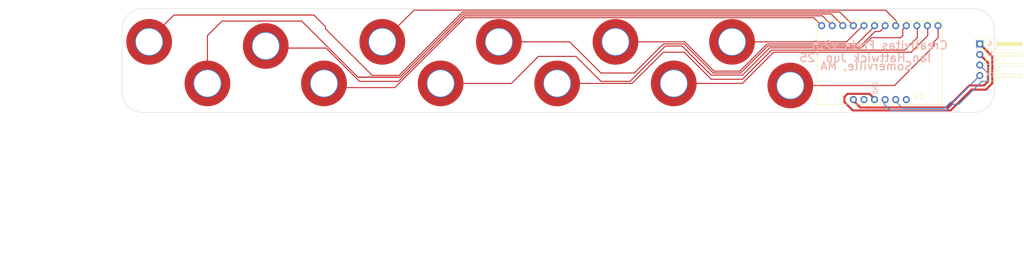
<source format=kicad_pcb>
(kicad_pcb (version 20240108) (generator "pcbnew") (generator_version "8.0")
  (layers (0 "F.Cu" signal) (31 "B.Cu" signal) (34 "B.Paste" user) (35 "F.Paste" user) (36 "B.SilkS" user "B.Silkscreen") (37 "F.SilkS" user "F.Silkscreen") (38 "B.Mask" user) (39 "F.Mask" user) (44 "Edge.Cuts" user))
  (net 0 "")
  (net 1 "+3.3V")
  (net 2 "GND")
  (net 3 "/p10")
  (net 5 "/p0")
  (net 6 "/p2")
  (net 7 "/SCL")
  (net 8 "/SDA")
  (net 9 "/p1")
  (net 10 "/p3")
  (net 11 "/p4")
  (net 12 "/p5")
  (net 13 "/p6")
  (net 14 "/p7")
  (net 15 "/p8")
  (net 16 "/p9")
  (net 17 "/p11")
  (footprint "MountingHole:MountingHole_6.4mm_M6_DIN965_Pad_TopBottom" (layer "F.Cu") (at 207.5 55 90)
    (property "Reference" "H17" (hide yes))
    (property "Value" "MountingHole_Pad")
    (pad "1" thru_hole circle (at 0 0 90) (size 6.8 6.8) (drill 6.4) (layers "*.Cu" "*.Mask") (net 12 "/p5"))
    (pad "1" connect circle (at 0 0 90) (size 11 11) (layers "F.Cu" "F.Mask") (net 12 "/p5"))
  )
  (footprint "MountingHole:MountingHole_6.4mm_M6_DIN965_Pad_TopBottom" (layer "F.Cu") (at 221.5 45 90)
    (property "Reference" "H18" (hide yes))
    (property "Value" "MountingHole_Pad")
    (pad "1" thru_hole circle (at 0 0 90) (size 6.8 6.8) (drill 6.4) (layers "*.Cu" "*.Mask") (net 13 "/p6"))
    (pad "1" connect circle (at 0 0 90) (size 11 11) (layers "F.Cu" "F.Mask") (net 13 "/p6"))
  )
  (footprint "MountingHole:MountingHole_6.4mm_M6_DIN965_Pad_TopBottom" (layer "F.Cu") (at 95.5 55)
    (property "Reference" "H8" (hide yes))
    (property "Value" "MountingHole_Pad" (hide yes))
    (pad "1" thru_hole circle (at 0 0) (size 6.8 6.8) (drill 6.4) (layers "*.Cu" "*.Mask") (net 16 "/p9"))
    (pad "1" connect circle (at 0 0) (size 11 11) (layers "F.Cu" "F.Mask") (net 16 "/p9"))
  )
  (footprint "MountingHole:MountingHole_6.4mm_M6_DIN965_Pad_TopBottom" (layer "F.Cu") (at 123.5 55 90)
    (property "Reference" "H11" (hide yes))
    (property "Value" "MountingHole_Pad")
    (pad "1" thru_hole circle (at 0 0 90) (size 6.8 6.8) (drill 6.4) (layers "*.Cu" "*.Mask") (net 17 "/p11"))
    (pad "1" connect circle (at 0 0 90) (size 11 11) (layers "F.Cu" "F.Mask") (net 17 "/p11"))
  )
  (footprint "MountingHole:MountingHole_6.4mm_M6_DIN965_Pad_TopBottom" (layer "F.Cu") (at 235.5 55.5 90)
    (property "Reference" "H19" (hide yes))
    (property "Value" "MountingHole_Pad")
    (pad "1" thru_hole circle (at 0 0 90) (size 6.8 6.8) (drill 6.4) (layers "*.Cu" "*.Mask") (net 5 "/p0"))
    (pad "1" connect circle (at 0 0 90) (size 11 11) (layers "F.Cu" "F.Mask") (net 5 "/p0"))
  )
  (footprint "MountingHole:MountingHole_3.2mm_M3" (layer "F.Cu") (at 283.7475 40.08 -90)
    (property "Reference" "H9" (hide yes))
    (property "Value" "MountingHole")
    (pad "" np_thru_hole circle (at -0.08 2.7475 270) (size 3.2 3.2) (drill 3.2) (layers "F&B.Cu" "*.Mask"))
  )
  (footprint "MountingHole:MountingHole_6.4mm_M6_DIN965_Pad_TopBottom" (layer "F.Cu") (at 165.5 45 90)
    (property "Reference" "H14" (hide yes))
    (property "Value" "MountingHole_Pad")
    (pad "1" thru_hole circle (at 0 0 90) (size 6.8 6.8) (drill 6.4) (layers "*.Cu" "*.Mask") (net 6 "/p2"))
    (pad "1" connect circle (at 0 0 90) (size 11 11) (layers "F.Cu" "F.Mask") (net 6 "/p2"))
  )
  (footprint "MountingHole:MountingHole_6.4mm_M6_DIN965_Pad_TopBottom" (layer "F.Cu") (at 179.5 55 90)
    (property "Reference" "H15" (hide yes))
    (property "Value" "MountingHole_Pad")
    (pad "1" thru_hole circle (at 0 0 90) (size 6.8 6.8) (drill 6.4) (layers "*.Cu" "*.Mask") (net 10 "/p3"))
    (pad "1" connect circle (at 0 0 90) (size 11 11) (layers "F.Cu" "F.Mask") (net 10 "/p3"))
  )
  (footprint "Connector_PinHeader_2.54mm:PinHeader_1x04_P2.54mm_Horizontal" (layer "F.Cu") (at 281 45.5)
    (property "Reference" "J1" (hide yes))
    (property "Value" "Conn_01x04_Pin")
    (fp_line (start -1.27 -1.27) (end 0 -1.27) (stroke (width 0.12)) (layer "F.SilkS"))
    (fp_line (start -1.27 0) (end -1.27 -1.27) (stroke (width 0.12)) (layer "F.SilkS"))
    (fp_line (start 1.042929 2.16) (end 1.44 2.16) (stroke (width 0.12)) (layer "F.SilkS"))
    (fp_line (start 1.042929 2.92) (end 1.44 2.92) (stroke (width 0.12)) (layer "F.SilkS"))
    (fp_line (start 1.042929 4.7) (end 1.44 4.7) (stroke (width 0.12)) (layer "F.SilkS"))
    (fp_line (start 1.042929 5.46) (end 1.44 5.46) (stroke (width 0.12)) (layer "F.SilkS"))
    (fp_line (start 1.042929 7.24) (end 1.44 7.24) (stroke (width 0.12)) (layer "F.SilkS"))
    (fp_line (start 1.042929 8) (end 1.44 8) (stroke (width 0.12)) (layer "F.SilkS"))
    (fp_line (start 1.11 -0.38) (end 1.44 -0.38) (stroke (width 0.12)) (layer "F.SilkS"))
    (fp_line (start 1.11 0.38) (end 1.44 0.38) (stroke (width 0.12)) (layer "F.SilkS"))
    (fp_line (start 1.44 -1.33) (end 1.44 8.95) (stroke (width 0.12)) (layer "F.SilkS"))
    (fp_line (start 1.44 1.27) (end 4.1 1.27) (stroke (width 0.12)) (layer "F.SilkS"))
    (fp_line (start 1.44 3.81) (end 4.1 3.81) (stroke (width 0.12)) (layer "F.SilkS"))
    (fp_line (start 1.44 6.35) (end 4.1 6.35) (stroke (width 0.12)) (layer "F.SilkS"))
    (fp_line (start 1.44 8.95) (end 4.1 8.95) (stroke (width 0.12)) (layer "F.SilkS"))
    (fp_line (start 4.1 -1.33) (end 1.44 -1.33) (stroke (width 0.12)) (layer "F.SilkS"))
    (fp_line (start 4.1 -0.38) (end 10.1 -0.38) (stroke (width 0.12)) (layer "F.SilkS"))
    (fp_line (start 4.1 -0.32) (end 10.1 -0.32) (stroke (width 0.12)) (layer "F.SilkS"))
    (fp_line (start 4.1 -0.2) (end 10.1 -0.2) (stroke (width 0.12)) (layer "F.SilkS"))
    (fp_line (start 4.1 -0.08) (end 10.1 -0.08) (stroke (width 0.12)) (layer "F.SilkS"))
    (fp_line (start 4.1 0.04) (end 10.1 0.04) (stroke (width 0.12)) (layer "F.SilkS"))
    (fp_line (start 4.1 0.16) (end 10.1 0.16) (stroke (width 0.12)) (layer "F.SilkS"))
    (fp_line (start 4.1 0.28) (end 10.1 0.28) (stroke (width 0.12)) (layer "F.SilkS"))
    (fp_line (start 4.1 2.16) (end 10.1 2.16) (stroke (width 0.12)) (layer "F.SilkS"))
    (fp_line (start 4.1 4.7) (end 10.1 4.7) (stroke (width 0.12)) (layer "F.SilkS"))
    (fp_line (start 4.1 7.24) (end 10.1 7.24) (stroke (width 0.12)) (layer "F.SilkS"))
    (fp_line (start 4.1 8.95) (end 4.1 -1.33) (stroke (width 0.12)) (layer "F.SilkS"))
    (fp_line (start 10.1 -0.38) (end 10.1 0.38) (stroke (width 0.12)) (layer "F.SilkS"))
    (fp_line (start 10.1 0.38) (end 4.1 0.38) (stroke (width 0.12)) (layer "F.SilkS"))
    (fp_line (start 10.1 2.16) (end 10.1 2.92) (stroke (width 0.12)) (layer "F.SilkS"))
    (fp_line (start 10.1 2.92) (end 4.1 2.92) (stroke (width 0.12)) (layer "F.SilkS"))
    (fp_line (start 10.1 4.7) (end 10.1 5.46) (stroke (width 0.12)) (layer "F.SilkS"))
    (fp_line (start 10.1 5.46) (end 4.1 5.46) (stroke (width 0.12)) (layer "F.SilkS"))
    (fp_line (start 10.1 7.24) (end 10.1 8) (stroke (width 0.12)) (layer "F.SilkS"))
    (fp_line (start 10.1 8) (end 4.1 8) (stroke (width 0.12)) (layer "F.SilkS"))
    (pad "1" thru_hole rect (at 0 0) (size 1.7 1.7) (drill 1) (layers "*.Cu" "*.Mask") (net 2 "GND"))
    (pad "2" thru_hole oval (at 0 2.54) (size 1.7 1.7) (drill 1) (layers "*.Cu" "*.Mask") (net 1 "+3.3V"))
    (pad "3" thru_hole oval (at 0 5.08) (size 1.7 1.7) (drill 1) (layers "*.Cu" "*.Mask") (net 7 "/SCL"))
    (pad "4" thru_hole oval (at 0 7.62) (size 1.7 1.7) (drill 1) (layers "*.Cu" "*.Mask") (net 8 "/SDA"))
  )
  (footprint "ih_kicad:MPR121_Breakout" (layer "F.Cu") (at 257 50 180)
    (property "Reference" "U1" (at -9.5 -8 0) (layer "F.SilkS") (effects (font (size 1.27 1.27))))
    (property "Value" "MPR121_Breakout")
    (fp_line (start 15 -10) (end 15 10) (stroke (width 0.12)) (layer "F.SilkS"))
    (fp_line (start -15 10) (end 15 10) (stroke (width 0.12)) (layer "F.SilkS"))
    (fp_line (start -15 -10) (end 15 -10) (stroke (width 0.12)) (layer "F.SilkS"))
    (fp_line (start -15 -10) (end -15 10) (stroke (width 0.12)) (layer "F.SilkS"))
    (pad "1" thru_hole circle (at 6.35 -8.89 180) (size 1.7 1.7) (drill 1) (layers "*.Cu" "*.Mask") (net 1 "+3.3V"))
    (pad "2" thru_hole circle (at 3.81 -8.89 180) (size 1.7 1.7) (drill 1) (layers "*.Cu" "*.Mask"))
    (pad "3" thru_hole circle (at 1.27 -8.89 180) (size 1.7 1.7) (drill 1) (layers "*.Cu" "*.Mask") (net 2 "GND"))
    (pad "4" thru_hole circle (at -1.27 -8.89 180) (size 1.7 1.7) (drill 1) (layers "*.Cu" "*.Mask") (net 7 "/SCL"))
    (pad "5" thru_hole circle (at -3.81 -8.89 180) (size 1.7 1.7) (drill 1) (layers "*.Cu" "*.Mask") (net 8 "/SDA"))
    (pad "6" thru_hole circle (at -6.35 -8.89 180) (size 1.7 1.7) (drill 1) (layers "*.Cu" "*.Mask"))
    (pad "7" thru_hole circle (at -13.97 8.89 180) (size 1.7 1.7) (drill 1) (layers "*.Cu" "*.Mask") (net 5 "/p0"))
    (pad "8" thru_hole circle (at -11.43 8.89 180) (size 1.7 1.7) (drill 1) (layers "*.Cu" "*.Mask") (net 12 "/p5"))
    (pad "9" thru_hole circle (at -8.89 8.89 180) (size 1.7 1.7) (drill 1) (layers "*.Cu" "*.Mask") (net 10 "/p3"))
    (pad "10" thru_hole circle (at -6.35 8.89 180) (size 1.7 1.7) (drill 1) (layers "*.Cu" "*.Mask") (net 9 "/p1"))
    (pad "11" thru_hole circle (at -3.81 8.89 180) (size 1.7 1.7) (drill 1) (layers "*.Cu" "*.Mask") (net 14 "/p7"))
    (pad "12" thru_hole circle (at -1.27 8.89 180) (size 1.7 1.7) (drill 1) (layers "*.Cu" "*.Mask") (net 6 "/p2"))
    (pad "13" thru_hole circle (at 1.27 8.89 180) (size 1.7 1.7) (drill 1) (layers "*.Cu" "*.Mask") (net 11 "/p4"))
    (pad "14" thru_hole circle (at 3.81 8.89 180) (size 1.7 1.7) (drill 1) (layers "*.Cu" "*.Mask") (net 13 "/p6"))
    (pad "15" thru_hole circle (at 6.35 8.89 180) (size 1.7 1.7) (drill 1) (layers "*.Cu" "*.Mask") (net 15 "/p8"))
    (pad "16" thru_hole circle (at 8.89 8.89 180) (size 1.7 1.7) (drill 1) (layers "*.Cu" "*.Mask") (net 16 "/p9"))
    (pad "17" thru_hole circle (at 11.43 8.89 180) (size 1.7 1.7) (drill 1) (layers "*.Cu" "*.Mask") (net 3 "/p10"))
    (pad "18" thru_hole circle (at 13.97 8.89 180) (size 1.7 1.7) (drill 1) (layers "*.Cu" "*.Mask") (net 17 "/p11"))
  )
  (footprint "MountingHole:MountingHole_6.4mm_M6_DIN965_Pad_TopBottom" (layer "F.Cu") (at 137.5 45 90)
    (property "Reference" "H12" (hide yes))
    (property "Value" "MountingHole_Pad")
    (pad "1" thru_hole circle (at 0 0 90) (size 6.8 6.8) (drill 6.4) (layers "*.Cu" "*.Mask") (net 14 "/p7"))
    (pad "1" connect circle (at 0 0 90) (size 11 11) (layers "F.Cu" "F.Mask") (net 14 "/p7"))
  )
  (footprint "MountingHole:MountingHole_6.4mm_M6_DIN965_Pad_TopBottom" (layer "F.Cu") (at 193.5 45 90)
    (property "Reference" "H16" (hide yes))
    (property "Value" "MountingHole_Pad")
    (pad "1" thru_hole circle (at 0 0 90) (size 6.8 6.8) (drill 6.4) (layers "*.Cu" "*.Mask") (net 11 "/p4"))
    (pad "1" connect circle (at 0 0 90) (size 11 11) (layers "F.Cu" "F.Mask") (net 11 "/p4"))
  )
  (footprint "MountingHole:MountingHole_6.4mm_M6_DIN965_Pad_TopBottom" (layer "F.Cu") (at 151.5 55 90)
    (property "Reference" "H13" (hide yes))
    (property "Value" "MountingHole_Pad")
    (pad "1" thru_hole circle (at 0 0 90) (size 6.8 6.8) (drill 6.4) (layers "*.Cu" "*.Mask") (net 9 "/p1"))
    (pad "1" connect circle (at 0 0 90) (size 11 11) (layers "F.Cu" "F.Mask") (net 9 "/p1"))
  )
  (footprint "MountingHole:MountingHole_6.4mm_M6_DIN965_Pad_TopBottom" (layer "F.Cu") (at 81.5 45)
    (property "Reference" "H3" (hide yes))
    (property "Value" "MountingHole_Pad")
    (pad "1" thru_hole circle (at 0 0) (size 6.8 6.8) (drill 6.4) (layers "*.Cu" "*.Mask") (net 15 "/p8"))
    (pad "1" connect circle (at 0 0) (size 11 11) (layers "F.Cu" "F.Mask") (net 15 "/p8"))
  )
  (footprint "MountingHole:MountingHole_4.3mm_M4" (layer "F.Cu") (at 118 97.5)
    (property "Reference" "H2" (hide yes))
    (property "Value" "MountingHole" (hide yes))
    (pad "" np_thru_hole circle (at -9 -38.5) (size 4.3 4.3) (drill 4.3) (layers "F&B.Cu" "*.Mask"))
  )
  (footprint "MountingHole:MountingHole_6.4mm_M6_DIN965_Pad_TopBottom" (layer "F.Cu") (at 109.5 46)
    (property "Reference" "H7" (hide yes))
    (property "Value" "MountingHole_Pad" (hide yes))
    (pad "1" thru_hole circle (at 0 0) (size 6.8 6.8) (drill 6.4) (layers "*.Cu" "*.Mask") (net 3 "/p10"))
    (pad "1" connect circle (at 0 0) (size 11 11) (layers "F.Cu" "F.Mask") (net 3 "/p10"))
  )
  (footprint "MountingHole:MountingHole_3.2mm_M3" (layer "F.Cu") (at 278.7475 74.58 -90)
    (property "Reference" "H10" (hide yes))
    (property "Value" "MountingHole")
    (pad "" np_thru_hole circle (at -15.58 -2.2525 270) (size 3.2 3.2) (drill 3.2) (layers "F&B.Cu" "*.Mask"))
  )
  (footprint "MountingHole:MountingHole_4.3mm_M4" (layer "F.Cu") (at 146.5 97.5)
    (property "Reference" "H1" (hide yes))
    (property "Value" "MountingHole" (hide yes))
    (pad "" np_thru_hole circle (at 4 -57.5) (size 4.3 4.3) (drill 4.3) (layers "F&B.Cu" "*.Mask"))
  )
  (gr_arc (start 279.5 37) (mid 283.035534 38.464466) (end 284.5 42) (stroke (width 0.1)) (layer "Edge.Cuts"))
  (gr_line (start 279.5 62) (end 80 62) (stroke (width 0.1)) (layer "Edge.Cuts"))
  (gr_line (start 80 37) (end 279.5 37) (stroke (width 0.1)) (layer "Edge.Cuts"))
  (gr_line (start 284.5 42) (end 284.5 57) (stroke (width 0.1)) (layer "Edge.Cuts"))
  (gr_arc (start 284.5 57) (mid 283.035534 60.535534) (end 279.5 62) (stroke (width 0.1)) (layer "Edge.Cuts"))
  (gr_arc (start 75 42) (mid 76.464466 38.464466) (end 80 37) (stroke (width 0.1)) (layer "Edge.Cuts"))
  (gr_line (start 75 57) (end 75 42) (stroke (width 0.1)) (layer "Edge.Cuts"))
  (gr_arc (start 80 62) (mid 76.464466 60.535534) (end 75 57) (stroke (width 0.1)) (layer "Edge.Cuts"))
  (gr_text "3v" (at 284.5 48.5 0) (layer "B.SilkS") (effects (font (size 1 1)) (justify left bottom mirror)))
  (gr_text "Ian Hattwick Jun '25" (at 269.5 50 0) (layer "B.SilkS") (effects (font (size 2 2) (thickness 0.3) (bold yes)) (justify left bottom mirror)))
  (gr_text "Somerville, MA" (at 265 52 0) (layer "B.SilkS") (effects (font (size 2 2) (thickness 0.3) (bold yes)) (justify left bottom mirror)))
  (gr_text "G" (at 284 46 0) (layer "B.SilkS") (effects (font (size 1 1)) (justify left bottom mirror)))
  (gr_text "GND\n" (at 256.5 54.5 90) (layer "B.SilkS") (effects (font (size 1 1)) (justify left bottom mirror)))
  (gr_text "Creativitas Frets v2.5\n" (at 273.5 47 0) (layer "B.SilkS") (effects (font (size 2 2) (thickness 0.3) (bold yes)) (justify left bottom mirror)))
  (gr_text "CL" (at 282.44 50.2 180) (layer "B.SilkS") (effects (font (size 1 1)) (justify left bottom mirror)))
  (gr_text "DA" (at 284.5 53.5 0) (layer "B.SilkS") (effects (font (size 1 1)) (justify left bottom mirror)))
  (segment (start 281 48.04) (end 283 50.04) (width 0.5) (layer "F.Cu") (net 1))
  (segment (start 283 54.5) (end 282 55.5) (width 0.5) (layer "F.Cu") (net 1))
  (segment (start 252.3 60.8) (end 250.5 59) (width 0.5) (layer "F.Cu") (net 1))
  (segment (start 254.3 60.8) (end 252.3 60.8) (width 0.5) (layer "F.Cu") (net 1))
  (segment (start 273.2 60.8) (end 254.3 60.8) (width 0.5) (layer "F.Cu") (net 1))
  (segment (start 278.5 55.5) (end 273.2 60.8) (width 0.5) (layer "F.Cu") (net 1))
  (segment (start 282 55.5) (end 278.5 55.5) (width 0.5) (layer "F.Cu") (net 1))
  (segment (start 283 50.04) (end 283 54.5) (width 0.5) (layer "F.Cu") (net 1))
  (segment (start 250.5 61.5) (end 248.5 59.5) (width 0.5) (layer "F.Cu") (net 2))
  (segment (start 282.5 56.5) (end 279 56.5) (width 0.5) (layer "F.Cu") (net 2))
  (segment (start 255.5 58.5) (end 255.5 59) (width 0.5) (layer "F.Cu") (net 2))
  (segment (start 274 61.5) (end 250.5 61.5) (width 0.5) (layer "F.Cu") (net 2))
  (segment (start 284 48.5) (end 284 55) (width 0.5) (layer "F.Cu") (net 2))
  (segment (start 284 55) (end 282.5 56.5) (width 0.5) (layer "F.Cu") (net 2))
  (segment (start 281 45.5) (end 284 48.5) (width 0.5) (layer "F.Cu") (net 2))
  (segment (start 248.5 58.25) (end 249.25 57.5) (width 0.5) (layer "F.Cu") (net 2))
  (segment (start 279 56.5) (end 274 61.5) (width 0.5) (layer "F.Cu") (net 2))
  (segment (start 249.25 57.5) (end 254.5 57.5) (width 0.5) (layer "F.Cu") (net 2))
  (segment (start 254.5 57.5) (end 255.5 58.5) (width 0.5) (layer "F.Cu") (net 2))
  (segment (start 248.5 59.5) (end 248.5 58.25) (width 0.5) (layer "F.Cu") (net 2))
  (segment (start 124 46.5) (end 108.5 46.5) (width 0.25) (layer "F.Cu") (net 3))
  (segment (start 245.57 41.11) (end 243.185 38.725) (width 0.25) (layer "F.Cu") (net 3))
  (segment (start 157.138604 38.725) (end 141.363604 54.5) (width 0.25) (layer "F.Cu") (net 3))
  (segment (start 132 54.5) (end 124 46.5) (width 0.25) (layer "F.Cu") (net 3))
  (segment (start 243.185 38.725) (end 157.138604 38.725) (width 0.25) (layer "F.Cu") (net 3))
  (segment (start 141.363604 54.5) (end 132 54.5) (width 0.25) (layer "F.Cu") (net 3))
  (segment (start 260.5 55.5) (end 270 46) (width 0.25) (layer "F.Cu") (net 5))
  (segment (start 270 45) (end 271 44) (width 0.25) (layer "F.Cu") (net 5))
  (segment (start 235.5 55.5) (end 260.5 55.5) (width 0.25) (layer "F.Cu") (net 5))
  (segment (start 271 44) (end 271 41) (width 0.25) (layer "F.Cu") (net 5))
  (segment (start 270 46) (end 270 45) (width 0.25) (layer "F.Cu") (net 5))
  (segment (start 252.363604 46) (end 230.068198 46) (width 0.25) (layer "F.Cu") (net 6))
  (segment (start 258.5 41) (end 257 42.5) (width 0.25) (layer "F.Cu") (net 6))
  (segment (start 217 52.5) (end 210 45.5) (width 0.25) (layer "F.Cu") (net 6))
  (segment (start 223.568198 52.5) (end 217 52.5) (width 0.25) (layer "F.Cu") (net 6))
  (segment (start 255.863604 42.5) (end 252.363604 46) (width 0.25) (layer "F.Cu") (net 6))
  (segment (start 198 52.5) (end 190 52.5) (width 0.25) (layer "F.Cu") (net 6))
  (segment (start 257 42.5) (end 255.863604 42.5) (width 0.25) (layer "F.Cu") (net 6))
  (segment (start 210 45.5) (end 205 45.5) (width 0.25) (layer "F.Cu") (net 6))
  (segment (start 182.5 45) (end 165.5 45) (width 0.25) (layer "F.Cu") (net 6))
  (segment (start 190 52.5) (end 182.5 45) (width 0.25) (layer "F.Cu") (net 6))
  (segment (start 230.068198 46) (end 223.568198 52.5) (width 0.25) (layer "F.Cu") (net 6))
  (segment (start 205 45.5) (end 198 52.5) (width 0.25) (layer "F.Cu") (net 6))
  (segment (start 258 60) (end 258 59) (width 0.25) (layer "B.Cu") (net 7))
  (segment (start 281.5 54.5) (end 276 60) (width 0.25) (layer "B.Cu") (net 7))
  (segment (start 283 52.5) (end 283 54) (width 0.25) (layer "B.Cu") (net 7))
  (segment (start 276 60) (end 274.5 60) (width 0.25) (layer "B.Cu") (net 7))
  (segment (start 274.5 60) (end 273 61.5) (width 0.25) (layer "B.Cu") (net 7))
  (segment (start 273 61.5) (end 259.5 61.5) (width 0.25) (layer "B.Cu") (net 7))
  (segment (start 259.5 61.5) (end 258 60) (width 0.25) (layer "B.Cu") (net 7))
  (segment (start 281 50.58) (end 282.92 52.5) (width 0.25) (layer "B.Cu") (net 7))
  (segment (start 283 54) (end 282.5 54.5) (width 0.25) (layer "B.Cu") (net 7))
  (segment (start 282.5 54.5) (end 281.5 54.5) (width 0.25) (layer "B.Cu") (net 7))
  (segment (start 282.92 52.5) (end 283 52.5) (width 0.25) (layer "B.Cu") (net 7))
  (segment (start 281 53.12) (end 274.62 59.5) (width 0.25) (layer "B.Cu") (net 8))
  (segment (start 261 59.5) (end 261 58.5) (width 0.25) (layer "B.Cu") (net 8))
  (segment (start 274.62 59.5) (end 274 59.5) (width 0.25) (layer "B.Cu") (net 8))
  (segment (start 274 59.5) (end 272.5 61) (width 0.25) (layer "B.Cu") (net 8))
  (segment (start 262.5 61) (end 261 59.5) (width 0.25) (layer "B.Cu") (net 8))
  (segment (start 272.5 61) (end 262.5 61) (width 0.25) (layer "B.Cu") (net 8))
  (segment (start 230.55 46.45) (end 252.55 46.45) (width 0.25) (layer "F.Cu") (net 9))
  (segment (start 168.5 55) (end 175 48.5) (width 0.25) (layer "F.Cu") (net 9))
  (segment (start 262.5 43.5) (end 262.5 42) (width 0.25) (layer "F.Cu") (net 9))
  (segment (start 190 54.5) (end 197 54.5) (width 0.25) (layer "F.Cu") (net 9))
  (segment (start 209.5 46) (end 216.5 53) (width 0.25) (layer "F.Cu") (net 9))
  (segment (start 205.5 46) (end 209.5 46) (width 0.25) (layer "F.Cu") (net 9))
  (segment (start 262 44) (end 262.5 43.5) (width 0.25) (layer "F.Cu") (net 9))
  (segment (start 184 48.5) (end 190 54.5) (width 0.25) (layer "F.Cu") (net 9))
  (segment (start 216.5 53) (end 224 53) (width 0.25) (layer "F.Cu") (net 9))
  (segment (start 252.55 46.45) (end 255 44) (width 0.25) (layer "F.Cu") (net 9))
  (segment (start 197 54.5) (end 205.5 46) (width 0.25) (layer "F.Cu") (net 9))
  (segment (start 255 44) (end 262 44) (width 0.25) (layer "F.Cu") (net 9))
  (segment (start 262.5 42) (end 263.5 41) (width 0.25) (layer "F.Cu") (net 9))
  (segment (start 151.5 55) (end 168.5 55) (width 0.25) (layer "F.Cu") (net 9))
  (segment (start 224 53) (end 230.55 46.45) (width 0.25) (layer "F.Cu") (net 9))
  (segment (start 175 48.5) (end 184 48.5) (width 0.25) (layer "F.Cu") (net 9))
  (segment (start 179.5 55) (end 197.5 55) (width 0.25) (layer "F.Cu") (net 10))
  (segment (start 210 47.5) (end 216.5 54) (width 0.25) (layer "F.Cu") (net 10))
  (segment (start 197.5 55) (end 202.25 50.25) (width 0.25) (layer "F.Cu") (net 10))
  (segment (start 266 44) (end 266 41) (width 0.25) (layer "F.Cu") (net 10))
  (segment (start 202.25 50.25) (end 202.5 50) (width 0.25) (layer "F.Cu") (net 10))
  (segment (start 263 47) (end 266 44) (width 0.25) (layer "F.Cu") (net 10))
  (segment (start 224 54) (end 231 47) (width 0.25) (layer "F.Cu") (net 10))
  (segment (start 205 47.5) (end 210 47.5) (width 0.25) (layer "F.Cu") (net 10))
  (segment (start 231 47) (end 263 47) (width 0.25) (layer "F.Cu") (net 10))
  (segment (start 216.5 54) (end 224 54) (width 0.25) (layer "F.Cu") (net 10))
  (segment (start 202.25 50.25) (end 205 47.5) (width 0.25) (layer "F.Cu") (net 10))
  (segment (start 251.5 45.5) (end 256 41) (width 0.25) (layer "F.Cu") (net 11))
  (segment (start 229.931802 45.5) (end 251.5 45.5) (width 0.25) (layer "F.Cu") (net 11))
  (segment (start 193.5 45) (end 210.136396 45) (width 0.25) (layer "F.Cu") (net 11))
  (segment (start 217.186396 52.05) (end 223.381802 52.05) (width 0.25) (layer "F.Cu") (net 11))
  (segment (start 223.381802 52.05) (end 229.931802 45.5) (width 0.25) (layer "F.Cu") (net 11))
  (segment (start 210.136396 45) (end 217.186396 52.05) (width 0.25) (layer "F.Cu") (net 11))
  (segment (start 207.5 55) (end 224 55) (width 0.25) (layer "F.Cu") (net 12))
  (segment (start 231.5 47.5) (end 264.5 47.5) (width 0.25) (layer "F.Cu") (net 12))
  (segment (start 224 55) (end 231.5 47.5) (width 0.25) (layer "F.Cu") (net 12))
  (segment (start 264.5 47.5) (end 266.5 45.5) (width 0.25) (layer "F.Cu") (net 12))
  (segment (start 266.5 45.5) (end 268.5 43.5) (width 0.25) (layer "F.Cu") (net 12))
  (segment (start 268.5 43.5) (end 268.5 41) (width 0.25) (layer "F.Cu") (net 12))
  (segment (start 236 45) (end 249 45) (width 0.25) (layer "F.Cu") (net 13))
  (segment (start 249 45) (end 253 41) (width 0.25) (layer "F.Cu") (net 13))
  (segment (start 221.5 45) (end 236 45) (width 0.25) (layer "F.Cu") (net 13))
  (segment (start 145.125 37.375) (end 258.375 37.375) (width 0.25) (layer "F.Cu") (net 14))
  (segment (start 258.375 37.375) (end 259.5 38.5) (width 0.25) (layer "F.Cu") (net 14))
  (segment (start 258.375 37.375) (end 261 40) (width 0.25) (layer "F.Cu") (net 14))
  (segment (start 137.5 45) (end 145.125 37.375) (width 0.25) (layer "F.Cu") (net 14))
  (segment (start 261 40) (end 261 41) (width 0.25) (layer "F.Cu") (net 14))
  (segment (start 123.863604 41.363604) (end 121.05 38.55) (width 0.25) (layer "F.Cu") (net 15))
  (segment (start 121.05 38.55) (end 87.45 38.55) (width 0.25) (layer "F.Cu") (net 15))
  (segment (start 250.65 41.11) (end 247.365 37.825) (width 0.25) (layer "F.Cu") (net 15))
  (segment (start 135.05 53.05) (end 123.863604 41.863604) (width 0.25) (layer "F.Cu") (net 15))
  (segment (start 156.765812 37.825) (end 141.540812 53.05) (width 0.25) (layer "F.Cu") (net 15))
  (segment (start 247.365 37.825) (end 156.765812 37.825) (width 0.25) (layer "F.Cu") (net 15))
  (segment (start 141.540812 53.05) (end 135.05 53.05) (width 0.25) (layer "F.Cu") (net 15))
  (segment (start 87.45 38.55) (end 81 45) (width 0.25) (layer "F.Cu") (net 15))
  (segment (start 123.863604 41.863604) (end 123.863604 41.363604) (width 0.25) (layer "F.Cu") (net 15))
  (segment (start 154.727208 40.5) (end 142.863604 52.363604) (width 0.25) (layer "F.Cu") (net 16))
  (segment (start 141.727208 53.5) (end 131.636396 53.5) (width 0.25) (layer "F.Cu") (net 16))
  (segment (start 95.5 43.5) (end 95.5 51) (width 0.25) (layer "F.Cu") (net 16))
  (segment (start 248.11 41.11) (end 245.275 38.275) (width 0.25) (layer "F.Cu") (net 16))
  (segment (start 142.863604 52.363604) (end 141.727208 53.5) (width 0.25) (layer "F.Cu") (net 16))
  (segment (start 156.952208 38.275) (end 154.727208 40.5) (width 0.25) (layer "F.Cu") (net 16))
  (segment (start 141.727208 53.5) (end 132 53.5) (width 0.25) (layer "F.Cu") (net 16))
  (segment (start 118.136396 40) (end 99 40) (width 0.25) (layer "F.Cu") (net 16))
  (segment (start 245.275 38.275) (end 156.952208 38.275) (width 0.25) (layer "F.Cu") (net 16))
  (segment (start 99 40) (end 95.5 43.5) (width 0.25) (layer "F.Cu") (net 16))
  (segment (start 95.5 51) (end 95 51.5) (width 0.25) (layer "F.Cu") (net 16))
  (segment (start 131.636396 53.5) (end 118.136396 40) (width 0.25) (layer "F.Cu") (net 16))
  (segment (start 145.5 51) (end 140.5 56) (width 0.25) (layer "F.Cu") (net 17))
  (segment (start 157.325 39.175) (end 145.5 51) (width 0.25) (layer "F.Cu") (net 17))
  (segment (start 241.095 39.175) (end 157.325 39.175) (width 0.25) (layer "F.Cu") (net 17))
  (segment (start 243.03 41.11) (end 241.095 39.175) (width 0.25) (layer "F.Cu") (net 17))
  (segment (start 140.5 56) (end 127.5 56) (width 0.25) (layer "F.Cu") (net 17))
)
</source>
